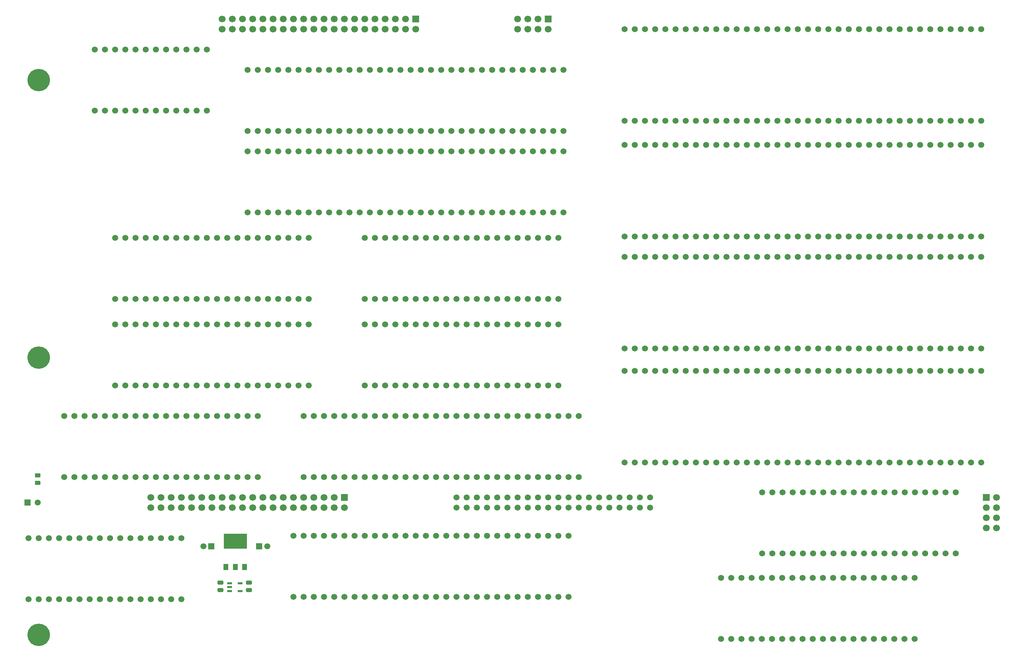
<source format=gts>
%TF.GenerationSoftware,KiCad,Pcbnew,9.0.7-9.0.7~ubuntu24.04.1*%
%TF.CreationDate,2026-01-20T17:21:18+02:00*%
%TF.ProjectId,Video Board - Memory,56696465-6f20-4426-9f61-7264202d204d,V0*%
%TF.SameCoordinates,Original*%
%TF.FileFunction,Soldermask,Top*%
%TF.FilePolarity,Negative*%
%FSLAX46Y46*%
G04 Gerber Fmt 4.6, Leading zero omitted, Abs format (unit mm)*
G04 Created by KiCad (PCBNEW 9.0.7-9.0.7~ubuntu24.04.1) date 2026-01-20 17:21:18*
%MOMM*%
%LPD*%
G01*
G04 APERTURE LIST*
G04 Aperture macros list*
%AMRoundRect*
0 Rectangle with rounded corners*
0 $1 Rounding radius*
0 $2 $3 $4 $5 $6 $7 $8 $9 X,Y pos of 4 corners*
0 Add a 4 corners polygon primitive as box body*
4,1,4,$2,$3,$4,$5,$6,$7,$8,$9,$2,$3,0*
0 Add four circle primitives for the rounded corners*
1,1,$1+$1,$2,$3*
1,1,$1+$1,$4,$5*
1,1,$1+$1,$6,$7*
1,1,$1+$1,$8,$9*
0 Add four rect primitives between the rounded corners*
20,1,$1+$1,$2,$3,$4,$5,0*
20,1,$1+$1,$4,$5,$6,$7,0*
20,1,$1+$1,$6,$7,$8,$9,0*
20,1,$1+$1,$8,$9,$2,$3,0*%
G04 Aperture macros list end*
%ADD10C,1.500000*%
%ADD11R,1.500000X1.500000*%
%ADD12R,1.150000X0.600000*%
%ADD13RoundRect,0.250000X0.475000X-0.250000X0.475000X0.250000X-0.475000X0.250000X-0.475000X-0.250000X0*%
%ADD14C,5.600000*%
%ADD15RoundRect,0.250000X0.450000X-0.262500X0.450000X0.262500X-0.450000X0.262500X-0.450000X-0.262500X0*%
%ADD16R,5.842000X3.810000*%
%ADD17R,1.200000X1.500000*%
%ADD18R,1.700000X1.700000*%
%ADD19C,1.700000*%
G04 APERTURE END LIST*
D10*
%TO.C,C3*%
X32861000Y23368000D03*
D11*
X30861000Y23368000D03*
%TD*%
D10*
%TO.C,B4*%
X121920000Y152400000D03*
X124460000Y152400000D03*
X127000000Y152400000D03*
X129540000Y152400000D03*
X132080000Y152400000D03*
X134620000Y152400000D03*
X137160000Y152400000D03*
X139700000Y152400000D03*
X142240000Y152400000D03*
X144780000Y152400000D03*
X147320000Y152400000D03*
X149860000Y152400000D03*
X152400000Y152400000D03*
X154940000Y152400000D03*
X157480000Y152400000D03*
X160020000Y152400000D03*
X162560000Y152400000D03*
X165100000Y152400000D03*
X167640000Y152400000D03*
X170180000Y152400000D03*
X172720000Y152400000D03*
X175260000Y152400000D03*
X177800000Y152400000D03*
X180340000Y152400000D03*
X182880000Y152400000D03*
X185420000Y152400000D03*
X187960000Y152400000D03*
X190500000Y152400000D03*
X193040000Y152400000D03*
X195580000Y152400000D03*
X198120000Y152400000D03*
X200660000Y152400000D03*
X203200000Y152400000D03*
X205740000Y152400000D03*
X208280000Y152400000D03*
X210820000Y152400000D03*
X210820000Y129540000D03*
X208280000Y129540000D03*
X205740000Y129540000D03*
X203200000Y129540000D03*
X200660000Y129540000D03*
X198120000Y129540000D03*
X195580000Y129540000D03*
X193040000Y129540000D03*
X190500000Y129540000D03*
X187960000Y129540000D03*
X185420000Y129540000D03*
X182880000Y129540000D03*
X180340000Y129540000D03*
X177800000Y129540000D03*
X175260000Y129540000D03*
X172720000Y129540000D03*
X170180000Y129540000D03*
X167640000Y129540000D03*
X165100000Y129540000D03*
X162560000Y129540000D03*
X160020000Y129540000D03*
X157480000Y129540000D03*
X154940000Y129540000D03*
X152400000Y129540000D03*
X149860000Y129540000D03*
X147320000Y129540000D03*
X144780000Y129540000D03*
X142240000Y129540000D03*
X139700000Y129540000D03*
X137160000Y129540000D03*
X134620000Y129540000D03*
X132080000Y129540000D03*
X129540000Y129540000D03*
X127000000Y129540000D03*
X124460000Y129540000D03*
X121920000Y129540000D03*
%TD*%
%TO.C,B25*%
X-26670000Y25400000D03*
X-24130000Y25400000D03*
X-21590000Y25400000D03*
X-19050000Y25400000D03*
X-16510000Y25400000D03*
X-13970000Y25400000D03*
X-11430000Y25400000D03*
X-8890000Y25400000D03*
X-6350000Y25400000D03*
X-3810000Y25400000D03*
X-1270000Y25400000D03*
X1270000Y25400000D03*
X3810000Y25400000D03*
X6350000Y25400000D03*
X8890000Y25400000D03*
X11430000Y25400000D03*
X11430000Y10160000D03*
X8890000Y10160000D03*
X6350000Y10160000D03*
X3810000Y10160000D03*
X1270000Y10160000D03*
X-1270000Y10160000D03*
X-3810000Y10160000D03*
X-6350000Y10160000D03*
X-8890000Y10160000D03*
X-11430000Y10160000D03*
X-13970000Y10160000D03*
X-16510000Y10160000D03*
X-19050000Y10160000D03*
X-21590000Y10160000D03*
X-24130000Y10160000D03*
X-26670000Y10160000D03*
%TD*%
%TO.C,B31*%
X121920000Y67149000D03*
X124460000Y67149000D03*
X127000000Y67149000D03*
X129540000Y67149000D03*
X132080000Y67149000D03*
X134620000Y67149000D03*
X137160000Y67149000D03*
X139700000Y67149000D03*
X142240000Y67149000D03*
X144780000Y67149000D03*
X147320000Y67149000D03*
X149860000Y67149000D03*
X152400000Y67149000D03*
X154940000Y67149000D03*
X157480000Y67149000D03*
X160020000Y67149000D03*
X162560000Y67149000D03*
X165100000Y67149000D03*
X167640000Y67149000D03*
X170180000Y67149000D03*
X172720000Y67149000D03*
X175260000Y67149000D03*
X177800000Y67149000D03*
X180340000Y67149000D03*
X182880000Y67149000D03*
X185420000Y67149000D03*
X187960000Y67149000D03*
X190500000Y67149000D03*
X193040000Y67149000D03*
X195580000Y67149000D03*
X198120000Y67149000D03*
X200660000Y67149000D03*
X203200000Y67149000D03*
X205740000Y67149000D03*
X208280000Y67149000D03*
X210820000Y67149000D03*
X210820000Y44289000D03*
X208280000Y44289000D03*
X205740000Y44289000D03*
X203200000Y44289000D03*
X200660000Y44289000D03*
X198120000Y44289000D03*
X195580000Y44289000D03*
X193040000Y44289000D03*
X190500000Y44289000D03*
X187960000Y44289000D03*
X185420000Y44289000D03*
X182880000Y44289000D03*
X180340000Y44289000D03*
X177800000Y44289000D03*
X175260000Y44289000D03*
X172720000Y44289000D03*
X170180000Y44289000D03*
X167640000Y44289000D03*
X165100000Y44289000D03*
X162560000Y44289000D03*
X160020000Y44289000D03*
X157480000Y44289000D03*
X154940000Y44289000D03*
X152400000Y44289000D03*
X149860000Y44289000D03*
X147320000Y44289000D03*
X144780000Y44289000D03*
X142240000Y44289000D03*
X139700000Y44289000D03*
X137160000Y44289000D03*
X134620000Y44289000D03*
X132080000Y44289000D03*
X129540000Y44289000D03*
X127000000Y44289000D03*
X124460000Y44289000D03*
X121920000Y44289000D03*
%TD*%
D12*
%TO.C,IC1*%
X26067000Y14158000D03*
X26067000Y12258000D03*
X23467000Y12258000D03*
X23467000Y13208000D03*
X23467000Y14158000D03*
%TD*%
D10*
%TO.C,C4*%
X16923000Y23368000D03*
D11*
X18923000Y23368000D03*
%TD*%
D13*
%TO.C,C1*%
X21209000Y14345000D03*
X21209000Y12445000D03*
%TD*%
D10*
%TO.C,B28*%
X57150000Y100330000D03*
X59690000Y100330000D03*
X62230000Y100330000D03*
X64770000Y100330000D03*
X67310000Y100330000D03*
X69850000Y100330000D03*
X72390000Y100330000D03*
X74930000Y100330000D03*
X77470000Y100330000D03*
X80010000Y100330000D03*
X82550000Y100330000D03*
X85090000Y100330000D03*
X87630000Y100330000D03*
X90170000Y100330000D03*
X92710000Y100330000D03*
X95250000Y100330000D03*
X97790000Y100330000D03*
X100330000Y100330000D03*
X102870000Y100330000D03*
X105410000Y100330000D03*
X105410000Y85090000D03*
X102870000Y85090000D03*
X100330000Y85090000D03*
X97790000Y85090000D03*
X95250000Y85090000D03*
X92710000Y85090000D03*
X90170000Y85090000D03*
X87630000Y85090000D03*
X85090000Y85090000D03*
X82550000Y85090000D03*
X80010000Y85090000D03*
X77470000Y85090000D03*
X74930000Y85090000D03*
X72390000Y85090000D03*
X69850000Y85090000D03*
X67310000Y85090000D03*
X64770000Y85090000D03*
X62230000Y85090000D03*
X59690000Y85090000D03*
X57150000Y85090000D03*
%TD*%
D14*
%TO.C,H19*%
X-24079200Y139700000D03*
%TD*%
D10*
%TO.C,B35*%
X27940000Y121920000D03*
X30480000Y121920000D03*
X33020000Y121920000D03*
X35560000Y121920000D03*
X38100000Y121920000D03*
X40640000Y121920000D03*
X43180000Y121920000D03*
X45720000Y121920000D03*
X48260000Y121920000D03*
X50800000Y121920000D03*
X53340000Y121920000D03*
X55880000Y121920000D03*
X58420000Y121920000D03*
X60960000Y121920000D03*
X63500000Y121920000D03*
X66040000Y121920000D03*
X68580000Y121920000D03*
X71120000Y121920000D03*
X73660000Y121920000D03*
X76200000Y121920000D03*
X78740000Y121920000D03*
X81280000Y121920000D03*
X83820000Y121920000D03*
X86360000Y121920000D03*
X88900000Y121920000D03*
X91440000Y121920000D03*
X93980000Y121920000D03*
X96520000Y121920000D03*
X99060000Y121920000D03*
X101600000Y121920000D03*
X104140000Y121920000D03*
X106680000Y121920000D03*
X106680000Y106680000D03*
X104140000Y106680000D03*
X101600000Y106680000D03*
X99060000Y106680000D03*
X96520000Y106680000D03*
X93980000Y106680000D03*
X91440000Y106680000D03*
X88900000Y106680000D03*
X86360000Y106680000D03*
X83820000Y106680000D03*
X81280000Y106680000D03*
X78740000Y106680000D03*
X76200000Y106680000D03*
X73660000Y106680000D03*
X71120000Y106680000D03*
X68580000Y106680000D03*
X66040000Y106680000D03*
X63500000Y106680000D03*
X60960000Y106680000D03*
X58420000Y106680000D03*
X55880000Y106680000D03*
X53340000Y106680000D03*
X50800000Y106680000D03*
X48260000Y106680000D03*
X45720000Y106680000D03*
X43180000Y106680000D03*
X40640000Y106680000D03*
X38100000Y106680000D03*
X35560000Y106680000D03*
X33020000Y106680000D03*
X30480000Y106680000D03*
X27940000Y106680000D03*
%TD*%
D14*
%TO.C,H9*%
X-24130000Y1270000D03*
%TD*%
D10*
%TO.C,B1*%
X-10160000Y147320000D03*
X-7620000Y147320000D03*
X-5080000Y147320000D03*
X-2540000Y147320000D03*
X0Y147320000D03*
X2540000Y147320000D03*
X5080000Y147320000D03*
X7620000Y147320000D03*
X10160000Y147320000D03*
X12700000Y147320000D03*
X15240000Y147320000D03*
X17780000Y147320000D03*
X17780000Y132080000D03*
X15240000Y132080000D03*
X12700000Y132080000D03*
X10160000Y132080000D03*
X7620000Y132080000D03*
X5080000Y132080000D03*
X2540000Y132080000D03*
X0Y132080000D03*
X-2540000Y132080000D03*
X-5080000Y132080000D03*
X-7620000Y132080000D03*
X-10160000Y132080000D03*
%TD*%
D15*
%TO.C,R1*%
X-24343200Y41069900D03*
X-24343200Y39244900D03*
%TD*%
D10*
%TO.C,B32*%
X121920000Y95631000D03*
X124460000Y95631000D03*
X127000000Y95631000D03*
X129540000Y95631000D03*
X132080000Y95631000D03*
X134620000Y95631000D03*
X137160000Y95631000D03*
X139700000Y95631000D03*
X142240000Y95631000D03*
X144780000Y95631000D03*
X147320000Y95631000D03*
X149860000Y95631000D03*
X152400000Y95631000D03*
X154940000Y95631000D03*
X157480000Y95631000D03*
X160020000Y95631000D03*
X162560000Y95631000D03*
X165100000Y95631000D03*
X167640000Y95631000D03*
X170180000Y95631000D03*
X172720000Y95631000D03*
X175260000Y95631000D03*
X177800000Y95631000D03*
X180340000Y95631000D03*
X182880000Y95631000D03*
X185420000Y95631000D03*
X187960000Y95631000D03*
X190500000Y95631000D03*
X193040000Y95631000D03*
X195580000Y95631000D03*
X198120000Y95631000D03*
X200660000Y95631000D03*
X203200000Y95631000D03*
X205740000Y95631000D03*
X208280000Y95631000D03*
X210820000Y95631000D03*
X210820000Y72771000D03*
X208280000Y72771000D03*
X205740000Y72771000D03*
X203200000Y72771000D03*
X200660000Y72771000D03*
X198120000Y72771000D03*
X195580000Y72771000D03*
X193040000Y72771000D03*
X190500000Y72771000D03*
X187960000Y72771000D03*
X185420000Y72771000D03*
X182880000Y72771000D03*
X180340000Y72771000D03*
X177800000Y72771000D03*
X175260000Y72771000D03*
X172720000Y72771000D03*
X170180000Y72771000D03*
X167640000Y72771000D03*
X165100000Y72771000D03*
X162560000Y72771000D03*
X160020000Y72771000D03*
X157480000Y72771000D03*
X154940000Y72771000D03*
X152400000Y72771000D03*
X149860000Y72771000D03*
X147320000Y72771000D03*
X144780000Y72771000D03*
X142240000Y72771000D03*
X139700000Y72771000D03*
X137160000Y72771000D03*
X134620000Y72771000D03*
X132080000Y72771000D03*
X129540000Y72771000D03*
X127000000Y72771000D03*
X124460000Y72771000D03*
X121920000Y72771000D03*
%TD*%
%TO.C,B24*%
X41910000Y55880000D03*
X44450000Y55880000D03*
X46990000Y55880000D03*
X49530000Y55880000D03*
X52070000Y55880000D03*
X54610000Y55880000D03*
X57150000Y55880000D03*
X59690000Y55880000D03*
X62230000Y55880000D03*
X64770000Y55880000D03*
X67310000Y55880000D03*
X69850000Y55880000D03*
X72390000Y55880000D03*
X74930000Y55880000D03*
X77470000Y55880000D03*
X80010000Y55880000D03*
X82550000Y55880000D03*
X85090000Y55880000D03*
X87630000Y55880000D03*
X90170000Y55880000D03*
X92710000Y55880000D03*
X95250000Y55880000D03*
X97790000Y55880000D03*
X100330000Y55880000D03*
X102870000Y55880000D03*
X105410000Y55880000D03*
X107950000Y55880000D03*
X110490000Y55880000D03*
X110490000Y40640000D03*
X107950000Y40640000D03*
X105410000Y40640000D03*
X102870000Y40640000D03*
X100330000Y40640000D03*
X97790000Y40640000D03*
X95250000Y40640000D03*
X92710000Y40640000D03*
X90170000Y40640000D03*
X87630000Y40640000D03*
X85090000Y40640000D03*
X82550000Y40640000D03*
X80010000Y40640000D03*
X77470000Y40640000D03*
X74930000Y40640000D03*
X72390000Y40640000D03*
X69850000Y40640000D03*
X67310000Y40640000D03*
X64770000Y40640000D03*
X62230000Y40640000D03*
X59690000Y40640000D03*
X57150000Y40640000D03*
X54610000Y40640000D03*
X52070000Y40640000D03*
X49530000Y40640000D03*
X46990000Y40640000D03*
X44450000Y40640000D03*
X41910000Y40640000D03*
%TD*%
D13*
%TO.C,C2*%
X28321000Y14345000D03*
X28321000Y12445000D03*
%TD*%
D10*
%TO.C,B18*%
X121920000Y123571000D03*
X124460000Y123571000D03*
X127000000Y123571000D03*
X129540000Y123571000D03*
X132080000Y123571000D03*
X134620000Y123571000D03*
X137160000Y123571000D03*
X139700000Y123571000D03*
X142240000Y123571000D03*
X144780000Y123571000D03*
X147320000Y123571000D03*
X149860000Y123571000D03*
X152400000Y123571000D03*
X154940000Y123571000D03*
X157480000Y123571000D03*
X160020000Y123571000D03*
X162560000Y123571000D03*
X165100000Y123571000D03*
X167640000Y123571000D03*
X170180000Y123571000D03*
X172720000Y123571000D03*
X175260000Y123571000D03*
X177800000Y123571000D03*
X180340000Y123571000D03*
X182880000Y123571000D03*
X185420000Y123571000D03*
X187960000Y123571000D03*
X190500000Y123571000D03*
X193040000Y123571000D03*
X195580000Y123571000D03*
X198120000Y123571000D03*
X200660000Y123571000D03*
X203200000Y123571000D03*
X205740000Y123571000D03*
X208280000Y123571000D03*
X210820000Y123571000D03*
X210820000Y100711000D03*
X208280000Y100711000D03*
X205740000Y100711000D03*
X203200000Y100711000D03*
X200660000Y100711000D03*
X198120000Y100711000D03*
X195580000Y100711000D03*
X193040000Y100711000D03*
X190500000Y100711000D03*
X187960000Y100711000D03*
X185420000Y100711000D03*
X182880000Y100711000D03*
X180340000Y100711000D03*
X177800000Y100711000D03*
X175260000Y100711000D03*
X172720000Y100711000D03*
X170180000Y100711000D03*
X167640000Y100711000D03*
X165100000Y100711000D03*
X162560000Y100711000D03*
X160020000Y100711000D03*
X157480000Y100711000D03*
X154940000Y100711000D03*
X152400000Y100711000D03*
X149860000Y100711000D03*
X147320000Y100711000D03*
X144780000Y100711000D03*
X142240000Y100711000D03*
X139700000Y100711000D03*
X137160000Y100711000D03*
X134620000Y100711000D03*
X132080000Y100711000D03*
X129540000Y100711000D03*
X127000000Y100711000D03*
X124460000Y100711000D03*
X121920000Y100711000D03*
%TD*%
%TO.C,B17*%
X57150000Y78740000D03*
X59690000Y78740000D03*
X62230000Y78740000D03*
X64770000Y78740000D03*
X67310000Y78740000D03*
X69850000Y78740000D03*
X72390000Y78740000D03*
X74930000Y78740000D03*
X77470000Y78740000D03*
X80010000Y78740000D03*
X82550000Y78740000D03*
X85090000Y78740000D03*
X87630000Y78740000D03*
X90170000Y78740000D03*
X92710000Y78740000D03*
X95250000Y78740000D03*
X97790000Y78740000D03*
X100330000Y78740000D03*
X102870000Y78740000D03*
X105410000Y78740000D03*
X105410000Y63500000D03*
X102870000Y63500000D03*
X100330000Y63500000D03*
X97790000Y63500000D03*
X95250000Y63500000D03*
X92710000Y63500000D03*
X90170000Y63500000D03*
X87630000Y63500000D03*
X85090000Y63500000D03*
X82550000Y63500000D03*
X80010000Y63500000D03*
X77470000Y63500000D03*
X74930000Y63500000D03*
X72390000Y63500000D03*
X69850000Y63500000D03*
X67310000Y63500000D03*
X64770000Y63500000D03*
X62230000Y63500000D03*
X59690000Y63500000D03*
X57150000Y63500000D03*
%TD*%
%TO.C,B2*%
X145999200Y15519400D03*
X148539200Y15519400D03*
X151079200Y15519400D03*
X153619200Y15519400D03*
X156159200Y15519400D03*
X158699200Y15519400D03*
X161239200Y15519400D03*
X163779200Y15519400D03*
X166319200Y15519400D03*
X168859200Y15519400D03*
X171399200Y15519400D03*
X173939200Y15519400D03*
X176479200Y15519400D03*
X179019200Y15519400D03*
X181559200Y15519400D03*
X184099200Y15519400D03*
X186639200Y15519400D03*
X189179200Y15519400D03*
X191719200Y15519400D03*
X194259200Y15519400D03*
X194259200Y279400D03*
X191719200Y279400D03*
X189179200Y279400D03*
X186639200Y279400D03*
X184099200Y279400D03*
X181559200Y279400D03*
X179019200Y279400D03*
X176479200Y279400D03*
X173939200Y279400D03*
X171399200Y279400D03*
X168859200Y279400D03*
X166319200Y279400D03*
X163779200Y279400D03*
X161239200Y279400D03*
X158699200Y279400D03*
X156159200Y279400D03*
X153619200Y279400D03*
X151079200Y279400D03*
X148539200Y279400D03*
X145999200Y279400D03*
%TD*%
%TO.C,B22*%
X39370000Y26035000D03*
X41910000Y26035000D03*
X44450000Y26035000D03*
X46990000Y26035000D03*
X49530000Y26035000D03*
X52070000Y26035000D03*
X54610000Y26035000D03*
X57150000Y26035000D03*
X59690000Y26035000D03*
X62230000Y26035000D03*
X64770000Y26035000D03*
X67310000Y26035000D03*
X69850000Y26035000D03*
X72390000Y26035000D03*
X74930000Y26035000D03*
X77470000Y26035000D03*
X80010000Y26035000D03*
X82550000Y26035000D03*
X85090000Y26035000D03*
X87630000Y26035000D03*
X90170000Y26035000D03*
X92710000Y26035000D03*
X95250000Y26035000D03*
X97790000Y26035000D03*
X100330000Y26035000D03*
X102870000Y26035000D03*
X105410000Y26035000D03*
X107950000Y26035000D03*
X107950000Y10795000D03*
X105410000Y10795000D03*
X102870000Y10795000D03*
X100330000Y10795000D03*
X97790000Y10795000D03*
X95250000Y10795000D03*
X92710000Y10795000D03*
X90170000Y10795000D03*
X87630000Y10795000D03*
X85090000Y10795000D03*
X82550000Y10795000D03*
X80010000Y10795000D03*
X77470000Y10795000D03*
X74930000Y10795000D03*
X72390000Y10795000D03*
X69850000Y10795000D03*
X67310000Y10795000D03*
X64770000Y10795000D03*
X62230000Y10795000D03*
X59690000Y10795000D03*
X57150000Y10795000D03*
X54610000Y10795000D03*
X52070000Y10795000D03*
X49530000Y10795000D03*
X46990000Y10795000D03*
X44450000Y10795000D03*
X41910000Y10795000D03*
X39370000Y10795000D03*
%TD*%
%TO.C,B29*%
X27940000Y142240000D03*
X30480000Y142240000D03*
X33020000Y142240000D03*
X35560000Y142240000D03*
X38100000Y142240000D03*
X40640000Y142240000D03*
X43180000Y142240000D03*
X45720000Y142240000D03*
X48260000Y142240000D03*
X50800000Y142240000D03*
X53340000Y142240000D03*
X55880000Y142240000D03*
X58420000Y142240000D03*
X60960000Y142240000D03*
X63500000Y142240000D03*
X66040000Y142240000D03*
X68580000Y142240000D03*
X71120000Y142240000D03*
X73660000Y142240000D03*
X76200000Y142240000D03*
X78740000Y142240000D03*
X81280000Y142240000D03*
X83820000Y142240000D03*
X86360000Y142240000D03*
X88900000Y142240000D03*
X91440000Y142240000D03*
X93980000Y142240000D03*
X96520000Y142240000D03*
X99060000Y142240000D03*
X101600000Y142240000D03*
X104140000Y142240000D03*
X106680000Y142240000D03*
X106680000Y127000000D03*
X104140000Y127000000D03*
X101600000Y127000000D03*
X99060000Y127000000D03*
X96520000Y127000000D03*
X93980000Y127000000D03*
X91440000Y127000000D03*
X88900000Y127000000D03*
X86360000Y127000000D03*
X83820000Y127000000D03*
X81280000Y127000000D03*
X78740000Y127000000D03*
X76200000Y127000000D03*
X73660000Y127000000D03*
X71120000Y127000000D03*
X68580000Y127000000D03*
X66040000Y127000000D03*
X63500000Y127000000D03*
X60960000Y127000000D03*
X58420000Y127000000D03*
X55880000Y127000000D03*
X53340000Y127000000D03*
X50800000Y127000000D03*
X48260000Y127000000D03*
X45720000Y127000000D03*
X43180000Y127000000D03*
X40640000Y127000000D03*
X38100000Y127000000D03*
X35560000Y127000000D03*
X33020000Y127000000D03*
X30480000Y127000000D03*
X27940000Y127000000D03*
%TD*%
D14*
%TO.C,H1*%
X-24079200Y70485000D03*
%TD*%
D10*
%TO.C,B30*%
X-17780000Y55880000D03*
X-15240000Y55880000D03*
X-12700000Y55880000D03*
X-10160000Y55880000D03*
X-7620000Y55880000D03*
X-5080000Y55880000D03*
X-2540000Y55880000D03*
X0Y55880000D03*
X2540000Y55880000D03*
X5080000Y55880000D03*
X7620000Y55880000D03*
X10160000Y55880000D03*
X12700000Y55880000D03*
X15240000Y55880000D03*
X17780000Y55880000D03*
X20320000Y55880000D03*
X22860000Y55880000D03*
X25400000Y55880000D03*
X27940000Y55880000D03*
X30480000Y55880000D03*
X30480000Y40640000D03*
X27940000Y40640000D03*
X25400000Y40640000D03*
X22860000Y40640000D03*
X20320000Y40640000D03*
X17780000Y40640000D03*
X15240000Y40640000D03*
X12700000Y40640000D03*
X10160000Y40640000D03*
X7620000Y40640000D03*
X5080000Y40640000D03*
X2540000Y40640000D03*
X0Y40640000D03*
X-2540000Y40640000D03*
X-5080000Y40640000D03*
X-7620000Y40640000D03*
X-10160000Y40640000D03*
X-12700000Y40640000D03*
X-15240000Y40640000D03*
X-17780000Y40640000D03*
%TD*%
%TO.C,B19*%
X156210000Y36830000D03*
X158750000Y36830000D03*
X161290000Y36830000D03*
X163830000Y36830000D03*
X166370000Y36830000D03*
X168910000Y36830000D03*
X171450000Y36830000D03*
X173990000Y36830000D03*
X176530000Y36830000D03*
X179070000Y36830000D03*
X181610000Y36830000D03*
X184150000Y36830000D03*
X186690000Y36830000D03*
X189230000Y36830000D03*
X191770000Y36830000D03*
X194310000Y36830000D03*
X196850000Y36830000D03*
X199390000Y36830000D03*
X201930000Y36830000D03*
X204470000Y36830000D03*
X204470000Y21590000D03*
X201930000Y21590000D03*
X199390000Y21590000D03*
X196850000Y21590000D03*
X194310000Y21590000D03*
X191770000Y21590000D03*
X189230000Y21590000D03*
X186690000Y21590000D03*
X184150000Y21590000D03*
X181610000Y21590000D03*
X179070000Y21590000D03*
X176530000Y21590000D03*
X173990000Y21590000D03*
X171450000Y21590000D03*
X168910000Y21590000D03*
X166370000Y21590000D03*
X163830000Y21590000D03*
X161290000Y21590000D03*
X158750000Y21590000D03*
X156210000Y21590000D03*
%TD*%
D16*
%TO.C,IC2*%
X24892000Y24638000D03*
D17*
X27192000Y18263000D03*
X24892000Y18263000D03*
X22592000Y18263000D03*
%TD*%
D10*
%TO.C,B27*%
X-5080000Y100330000D03*
X-2540000Y100330000D03*
X0Y100330000D03*
X2540000Y100330000D03*
X5080000Y100330000D03*
X7620000Y100330000D03*
X10160000Y100330000D03*
X12700000Y100330000D03*
X15240000Y100330000D03*
X17780000Y100330000D03*
X20320000Y100330000D03*
X22860000Y100330000D03*
X25400000Y100330000D03*
X27940000Y100330000D03*
X30480000Y100330000D03*
X33020000Y100330000D03*
X35560000Y100330000D03*
X38100000Y100330000D03*
X40640000Y100330000D03*
X43180000Y100330000D03*
X43180000Y85090000D03*
X40640000Y85090000D03*
X38100000Y85090000D03*
X35560000Y85090000D03*
X33020000Y85090000D03*
X30480000Y85090000D03*
X27940000Y85090000D03*
X25400000Y85090000D03*
X22860000Y85090000D03*
X20320000Y85090000D03*
X17780000Y85090000D03*
X15240000Y85090000D03*
X12700000Y85090000D03*
X10160000Y85090000D03*
X7620000Y85090000D03*
X5080000Y85090000D03*
X2540000Y85090000D03*
X0Y85090000D03*
X-2540000Y85090000D03*
X-5080000Y85090000D03*
%TD*%
%TO.C,LED2*%
X-24384000Y34290000D03*
D11*
X-26924000Y34290000D03*
%TD*%
D10*
%TO.C,B33*%
X-5080000Y78740000D03*
X-2540000Y78740000D03*
X0Y78740000D03*
X2540000Y78740000D03*
X5080000Y78740000D03*
X7620000Y78740000D03*
X10160000Y78740000D03*
X12700000Y78740000D03*
X15240000Y78740000D03*
X17780000Y78740000D03*
X20320000Y78740000D03*
X22860000Y78740000D03*
X25400000Y78740000D03*
X27940000Y78740000D03*
X30480000Y78740000D03*
X33020000Y78740000D03*
X35560000Y78740000D03*
X38100000Y78740000D03*
X40640000Y78740000D03*
X43180000Y78740000D03*
X43180000Y63500000D03*
X40640000Y63500000D03*
X38100000Y63500000D03*
X35560000Y63500000D03*
X33020000Y63500000D03*
X30480000Y63500000D03*
X27940000Y63500000D03*
X25400000Y63500000D03*
X22860000Y63500000D03*
X20320000Y63500000D03*
X17780000Y63500000D03*
X15240000Y63500000D03*
X12700000Y63500000D03*
X10160000Y63500000D03*
X7620000Y63500000D03*
X5080000Y63500000D03*
X2540000Y63500000D03*
X0Y63500000D03*
X-2540000Y63500000D03*
X-5080000Y63500000D03*
%TD*%
D18*
%TO.C,J3*%
X69850000Y154940000D03*
D19*
X69850000Y152400000D03*
X67310000Y154940000D03*
X67310000Y152400000D03*
X64770000Y154940000D03*
X64770000Y152400000D03*
X62230000Y154940000D03*
X62230000Y152400000D03*
X59690000Y154940000D03*
X59690000Y152400000D03*
X57150000Y154940000D03*
X57150000Y152400000D03*
X54610000Y154940000D03*
X54610000Y152400000D03*
X52070000Y154940000D03*
X52070000Y152400000D03*
X49530000Y154940000D03*
X49530000Y152400000D03*
X46990000Y154940000D03*
X46990000Y152400000D03*
X44450000Y154940000D03*
X44450000Y152400000D03*
X41910000Y154940000D03*
X41910000Y152400000D03*
X39370000Y154940000D03*
X39370000Y152400000D03*
X36830000Y154940000D03*
X36830000Y152400000D03*
X34290000Y154940000D03*
X34290000Y152400000D03*
X31750000Y154940000D03*
X31750000Y152400000D03*
X29210000Y154940000D03*
X29210000Y152400000D03*
X26670000Y154940000D03*
X26670000Y152400000D03*
X24130000Y154940000D03*
X24130000Y152400000D03*
X21590000Y154940000D03*
X21590000Y152400000D03*
%TD*%
%TO.C,J5*%
X214630000Y27940000D03*
X212090000Y27940000D03*
X214630000Y30480000D03*
X212090000Y30480000D03*
X214630000Y33020000D03*
X212090000Y33020000D03*
X214630000Y35560000D03*
D18*
X212090000Y35560000D03*
%TD*%
D19*
%TO.C,J1*%
X95250000Y152400000D03*
X95250000Y154940000D03*
X97790000Y152400000D03*
X97790000Y154940000D03*
X100330000Y152400000D03*
X100330000Y154940000D03*
X102870000Y152400000D03*
D18*
X102870000Y154940000D03*
%TD*%
D10*
%TO.C,J2*%
X80010000Y33020000D03*
X80010000Y35560000D03*
X82550000Y33020000D03*
X82550000Y35560000D03*
X85090000Y33020000D03*
X85090000Y35560000D03*
X87630000Y33020000D03*
X87630000Y35560000D03*
X90170000Y33020000D03*
X90170000Y35560000D03*
X92710000Y33020000D03*
X92710000Y35560000D03*
X95250000Y33020000D03*
X95250000Y35560000D03*
X97790000Y33020000D03*
X97790000Y35560000D03*
X100330000Y33020000D03*
X100330000Y35560000D03*
X102870000Y33020000D03*
X102870000Y35560000D03*
X105410000Y33020000D03*
X105410000Y35560000D03*
X107950000Y33020000D03*
X107950000Y35560000D03*
X110490000Y33020000D03*
X110490000Y35560000D03*
X113030000Y33020000D03*
X113030000Y35560000D03*
X115570000Y33020000D03*
X115570000Y35560000D03*
X118110000Y33020000D03*
X118110000Y35560000D03*
X120650000Y33020000D03*
X120650000Y35560000D03*
X123190000Y33020000D03*
X123190000Y35560000D03*
X125730000Y33020000D03*
X125730000Y35560000D03*
X128270000Y33020000D03*
X128270000Y35560000D03*
%TD*%
D19*
%TO.C,J4*%
X3810000Y33020000D03*
X3810000Y35560000D03*
X6350000Y33020000D03*
X6350000Y35560000D03*
X8890000Y33020000D03*
X8890000Y35560000D03*
X11430000Y33020000D03*
X11430000Y35560000D03*
X13970000Y33020000D03*
X13970000Y35560000D03*
X16510000Y33020000D03*
X16510000Y35560000D03*
X19050000Y33020000D03*
X19050000Y35560000D03*
X21590000Y33020000D03*
X21590000Y35560000D03*
X24130000Y33020000D03*
X24130000Y35560000D03*
X26670000Y33020000D03*
X26670000Y35560000D03*
X29210000Y33020000D03*
X29210000Y35560000D03*
X31750000Y33020000D03*
X31750000Y35560000D03*
X34290000Y33020000D03*
X34290000Y35560000D03*
X36830000Y33020000D03*
X36830000Y35560000D03*
X39370000Y33020000D03*
X39370000Y35560000D03*
X41910000Y33020000D03*
X41910000Y35560000D03*
X44450000Y33020000D03*
X44450000Y35560000D03*
X46990000Y33020000D03*
X46990000Y35560000D03*
X49530000Y33020000D03*
X49530000Y35560000D03*
X52070000Y33020000D03*
D18*
X52070000Y35560000D03*
%TD*%
M02*

</source>
